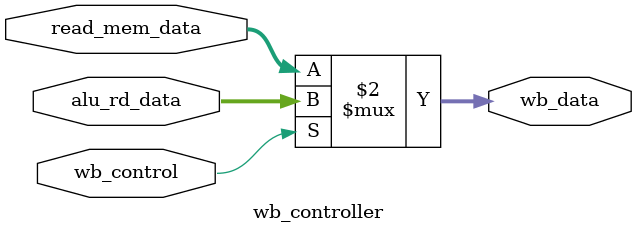
<source format=sv>
`timescale 1ns/10ps

module wb_controller(
					alu_rd_data,
					read_mem_data,
					wb_control,
					
					wb_data

						);
parameter DATA_SIZE  =32;

output logic [DATA_SIZE-1:0] wb_data;

input        [DATA_SIZE-1:0] alu_rd_data;
input        [DATA_SIZE-1:0] read_mem_data;
input                        wb_control;

always_comb
begin
	wb_data=(wb_control)?alu_rd_data:read_mem_data;
end
endmodule
</source>
